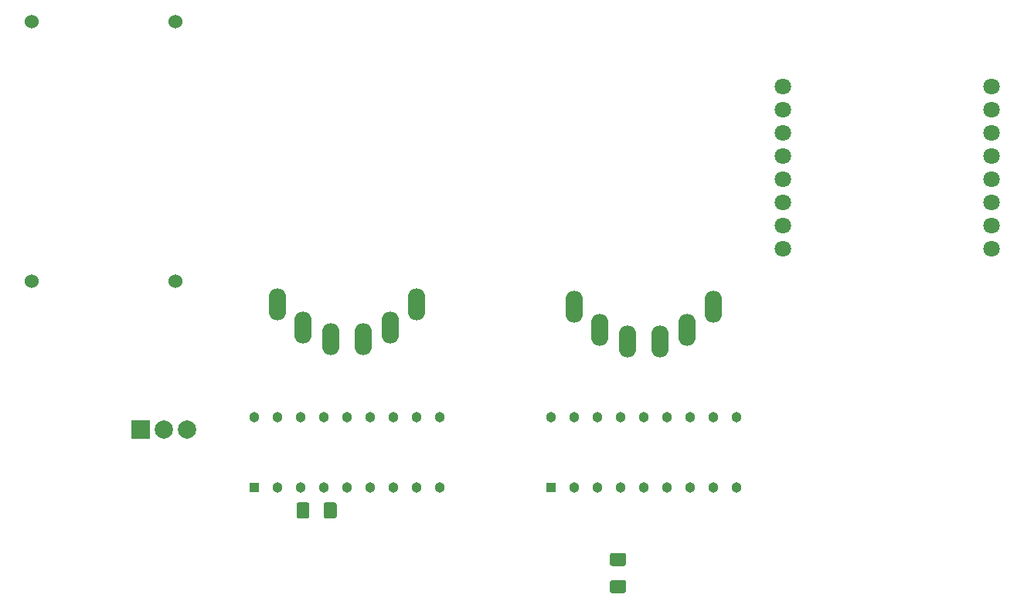
<source format=gbr>
G04 #@! TF.GenerationSoftware,KiCad,Pcbnew,(5.1.4)-1*
G04 #@! TF.CreationDate,2020-02-10T21:36:07-05:00*
G04 #@! TF.ProjectId,xmas,786d6173-2e6b-4696-9361-645f70636258,rev?*
G04 #@! TF.SameCoordinates,Original*
G04 #@! TF.FileFunction,Soldermask,Bot*
G04 #@! TF.FilePolarity,Negative*
%FSLAX46Y46*%
G04 Gerber Fmt 4.6, Leading zero omitted, Abs format (unit mm)*
G04 Created by KiCad (PCBNEW (5.1.4)-1) date 2020-02-10 21:36:07*
%MOMM*%
%LPD*%
G04 APERTURE LIST*
%ADD10C,1.524000*%
%ADD11C,1.800000*%
%ADD12C,2.000000*%
%ADD13R,2.000000X2.000000*%
%ADD14C,0.100000*%
%ADD15C,1.425000*%
%ADD16O,1.900000X3.500000*%
%ADD17C,1.133000*%
%ADD18R,1.133000X1.133000*%
G04 APERTURE END LIST*
D10*
X153162000Y-85852000D03*
X137414000Y-85852000D03*
X153162000Y-57404000D03*
X137414000Y-57404000D03*
D11*
X219710000Y-64516000D03*
X219710000Y-67056000D03*
X219710000Y-69596000D03*
X219710000Y-72136000D03*
X219710000Y-74676000D03*
X219710000Y-77216000D03*
X219710000Y-79756000D03*
X219710000Y-82296000D03*
X242570000Y-82296000D03*
X242570000Y-79756000D03*
X242570000Y-77216000D03*
X242570000Y-74676000D03*
X242570000Y-72136000D03*
X242570000Y-69596000D03*
X242570000Y-67056000D03*
X242570000Y-64516000D03*
D12*
X154432000Y-102108000D03*
X151892000Y-102108000D03*
D13*
X149352000Y-102108000D03*
D14*
G36*
X170630504Y-110124204D02*
G01*
X170654773Y-110127804D01*
X170678571Y-110133765D01*
X170701671Y-110142030D01*
X170723849Y-110152520D01*
X170744893Y-110165133D01*
X170764598Y-110179747D01*
X170782777Y-110196223D01*
X170799253Y-110214402D01*
X170813867Y-110234107D01*
X170826480Y-110255151D01*
X170836970Y-110277329D01*
X170845235Y-110300429D01*
X170851196Y-110324227D01*
X170854796Y-110348496D01*
X170856000Y-110373000D01*
X170856000Y-111623000D01*
X170854796Y-111647504D01*
X170851196Y-111671773D01*
X170845235Y-111695571D01*
X170836970Y-111718671D01*
X170826480Y-111740849D01*
X170813867Y-111761893D01*
X170799253Y-111781598D01*
X170782777Y-111799777D01*
X170764598Y-111816253D01*
X170744893Y-111830867D01*
X170723849Y-111843480D01*
X170701671Y-111853970D01*
X170678571Y-111862235D01*
X170654773Y-111868196D01*
X170630504Y-111871796D01*
X170606000Y-111873000D01*
X169681000Y-111873000D01*
X169656496Y-111871796D01*
X169632227Y-111868196D01*
X169608429Y-111862235D01*
X169585329Y-111853970D01*
X169563151Y-111843480D01*
X169542107Y-111830867D01*
X169522402Y-111816253D01*
X169504223Y-111799777D01*
X169487747Y-111781598D01*
X169473133Y-111761893D01*
X169460520Y-111740849D01*
X169450030Y-111718671D01*
X169441765Y-111695571D01*
X169435804Y-111671773D01*
X169432204Y-111647504D01*
X169431000Y-111623000D01*
X169431000Y-110373000D01*
X169432204Y-110348496D01*
X169435804Y-110324227D01*
X169441765Y-110300429D01*
X169450030Y-110277329D01*
X169460520Y-110255151D01*
X169473133Y-110234107D01*
X169487747Y-110214402D01*
X169504223Y-110196223D01*
X169522402Y-110179747D01*
X169542107Y-110165133D01*
X169563151Y-110152520D01*
X169585329Y-110142030D01*
X169608429Y-110133765D01*
X169632227Y-110127804D01*
X169656496Y-110124204D01*
X169681000Y-110123000D01*
X170606000Y-110123000D01*
X170630504Y-110124204D01*
X170630504Y-110124204D01*
G37*
D15*
X170143500Y-110998000D03*
D14*
G36*
X167655504Y-110124204D02*
G01*
X167679773Y-110127804D01*
X167703571Y-110133765D01*
X167726671Y-110142030D01*
X167748849Y-110152520D01*
X167769893Y-110165133D01*
X167789598Y-110179747D01*
X167807777Y-110196223D01*
X167824253Y-110214402D01*
X167838867Y-110234107D01*
X167851480Y-110255151D01*
X167861970Y-110277329D01*
X167870235Y-110300429D01*
X167876196Y-110324227D01*
X167879796Y-110348496D01*
X167881000Y-110373000D01*
X167881000Y-111623000D01*
X167879796Y-111647504D01*
X167876196Y-111671773D01*
X167870235Y-111695571D01*
X167861970Y-111718671D01*
X167851480Y-111740849D01*
X167838867Y-111761893D01*
X167824253Y-111781598D01*
X167807777Y-111799777D01*
X167789598Y-111816253D01*
X167769893Y-111830867D01*
X167748849Y-111843480D01*
X167726671Y-111853970D01*
X167703571Y-111862235D01*
X167679773Y-111868196D01*
X167655504Y-111871796D01*
X167631000Y-111873000D01*
X166706000Y-111873000D01*
X166681496Y-111871796D01*
X166657227Y-111868196D01*
X166633429Y-111862235D01*
X166610329Y-111853970D01*
X166588151Y-111843480D01*
X166567107Y-111830867D01*
X166547402Y-111816253D01*
X166529223Y-111799777D01*
X166512747Y-111781598D01*
X166498133Y-111761893D01*
X166485520Y-111740849D01*
X166475030Y-111718671D01*
X166466765Y-111695571D01*
X166460804Y-111671773D01*
X166457204Y-111647504D01*
X166456000Y-111623000D01*
X166456000Y-110373000D01*
X166457204Y-110348496D01*
X166460804Y-110324227D01*
X166466765Y-110300429D01*
X166475030Y-110277329D01*
X166485520Y-110255151D01*
X166498133Y-110234107D01*
X166512747Y-110214402D01*
X166529223Y-110196223D01*
X166547402Y-110179747D01*
X166567107Y-110165133D01*
X166588151Y-110152520D01*
X166610329Y-110142030D01*
X166633429Y-110133765D01*
X166657227Y-110127804D01*
X166681496Y-110124204D01*
X166706000Y-110123000D01*
X167631000Y-110123000D01*
X167655504Y-110124204D01*
X167655504Y-110124204D01*
G37*
D15*
X167168500Y-110998000D03*
D14*
G36*
X202325504Y-118632204D02*
G01*
X202349773Y-118635804D01*
X202373571Y-118641765D01*
X202396671Y-118650030D01*
X202418849Y-118660520D01*
X202439893Y-118673133D01*
X202459598Y-118687747D01*
X202477777Y-118704223D01*
X202494253Y-118722402D01*
X202508867Y-118742107D01*
X202521480Y-118763151D01*
X202531970Y-118785329D01*
X202540235Y-118808429D01*
X202546196Y-118832227D01*
X202549796Y-118856496D01*
X202551000Y-118881000D01*
X202551000Y-119806000D01*
X202549796Y-119830504D01*
X202546196Y-119854773D01*
X202540235Y-119878571D01*
X202531970Y-119901671D01*
X202521480Y-119923849D01*
X202508867Y-119944893D01*
X202494253Y-119964598D01*
X202477777Y-119982777D01*
X202459598Y-119999253D01*
X202439893Y-120013867D01*
X202418849Y-120026480D01*
X202396671Y-120036970D01*
X202373571Y-120045235D01*
X202349773Y-120051196D01*
X202325504Y-120054796D01*
X202301000Y-120056000D01*
X201051000Y-120056000D01*
X201026496Y-120054796D01*
X201002227Y-120051196D01*
X200978429Y-120045235D01*
X200955329Y-120036970D01*
X200933151Y-120026480D01*
X200912107Y-120013867D01*
X200892402Y-119999253D01*
X200874223Y-119982777D01*
X200857747Y-119964598D01*
X200843133Y-119944893D01*
X200830520Y-119923849D01*
X200820030Y-119901671D01*
X200811765Y-119878571D01*
X200805804Y-119854773D01*
X200802204Y-119830504D01*
X200801000Y-119806000D01*
X200801000Y-118881000D01*
X200802204Y-118856496D01*
X200805804Y-118832227D01*
X200811765Y-118808429D01*
X200820030Y-118785329D01*
X200830520Y-118763151D01*
X200843133Y-118742107D01*
X200857747Y-118722402D01*
X200874223Y-118704223D01*
X200892402Y-118687747D01*
X200912107Y-118673133D01*
X200933151Y-118660520D01*
X200955329Y-118650030D01*
X200978429Y-118641765D01*
X201002227Y-118635804D01*
X201026496Y-118632204D01*
X201051000Y-118631000D01*
X202301000Y-118631000D01*
X202325504Y-118632204D01*
X202325504Y-118632204D01*
G37*
D15*
X201676000Y-119343500D03*
D14*
G36*
X202325504Y-115657204D02*
G01*
X202349773Y-115660804D01*
X202373571Y-115666765D01*
X202396671Y-115675030D01*
X202418849Y-115685520D01*
X202439893Y-115698133D01*
X202459598Y-115712747D01*
X202477777Y-115729223D01*
X202494253Y-115747402D01*
X202508867Y-115767107D01*
X202521480Y-115788151D01*
X202531970Y-115810329D01*
X202540235Y-115833429D01*
X202546196Y-115857227D01*
X202549796Y-115881496D01*
X202551000Y-115906000D01*
X202551000Y-116831000D01*
X202549796Y-116855504D01*
X202546196Y-116879773D01*
X202540235Y-116903571D01*
X202531970Y-116926671D01*
X202521480Y-116948849D01*
X202508867Y-116969893D01*
X202494253Y-116989598D01*
X202477777Y-117007777D01*
X202459598Y-117024253D01*
X202439893Y-117038867D01*
X202418849Y-117051480D01*
X202396671Y-117061970D01*
X202373571Y-117070235D01*
X202349773Y-117076196D01*
X202325504Y-117079796D01*
X202301000Y-117081000D01*
X201051000Y-117081000D01*
X201026496Y-117079796D01*
X201002227Y-117076196D01*
X200978429Y-117070235D01*
X200955329Y-117061970D01*
X200933151Y-117051480D01*
X200912107Y-117038867D01*
X200892402Y-117024253D01*
X200874223Y-117007777D01*
X200857747Y-116989598D01*
X200843133Y-116969893D01*
X200830520Y-116948849D01*
X200820030Y-116926671D01*
X200811765Y-116903571D01*
X200805804Y-116879773D01*
X200802204Y-116855504D01*
X200801000Y-116831000D01*
X200801000Y-115906000D01*
X200802204Y-115881496D01*
X200805804Y-115857227D01*
X200811765Y-115833429D01*
X200820030Y-115810329D01*
X200830520Y-115788151D01*
X200843133Y-115767107D01*
X200857747Y-115747402D01*
X200874223Y-115729223D01*
X200892402Y-115712747D01*
X200912107Y-115698133D01*
X200933151Y-115685520D01*
X200955329Y-115675030D01*
X200978429Y-115666765D01*
X201002227Y-115660804D01*
X201026496Y-115657204D01*
X201051000Y-115656000D01*
X202301000Y-115656000D01*
X202325504Y-115657204D01*
X202325504Y-115657204D01*
G37*
D15*
X201676000Y-116368500D03*
D16*
X196896445Y-88646000D03*
X199719360Y-91186000D03*
X202692000Y-92456000D03*
X206276915Y-92456000D03*
X209220641Y-91186000D03*
X212090000Y-88646000D03*
X164384445Y-88392000D03*
X167207360Y-90932000D03*
X170180000Y-92202000D03*
X173764915Y-92202000D03*
X176708641Y-90932000D03*
X179578000Y-88392000D03*
D17*
X161798000Y-100782000D03*
X164338000Y-100782000D03*
X166878000Y-100782000D03*
X169418000Y-100782000D03*
X171958000Y-100782000D03*
X174498000Y-100782000D03*
X177038000Y-100782000D03*
X179578000Y-100782000D03*
X182118000Y-100782000D03*
X182118000Y-108514000D03*
X179578000Y-108514000D03*
X177038000Y-108514000D03*
X174498000Y-108514000D03*
X171958000Y-108514000D03*
X169418000Y-108514000D03*
X166878000Y-108514000D03*
X164338000Y-108514000D03*
D18*
X161798000Y-108514000D03*
X194310000Y-108514000D03*
D17*
X196850000Y-108514000D03*
X199390000Y-108514000D03*
X201930000Y-108514000D03*
X204470000Y-108514000D03*
X207010000Y-108514000D03*
X209550000Y-108514000D03*
X212090000Y-108514000D03*
X214630000Y-108514000D03*
X214630000Y-100782000D03*
X212090000Y-100782000D03*
X209550000Y-100782000D03*
X207010000Y-100782000D03*
X204470000Y-100782000D03*
X201930000Y-100782000D03*
X199390000Y-100782000D03*
X196850000Y-100782000D03*
X194310000Y-100782000D03*
M02*

</source>
